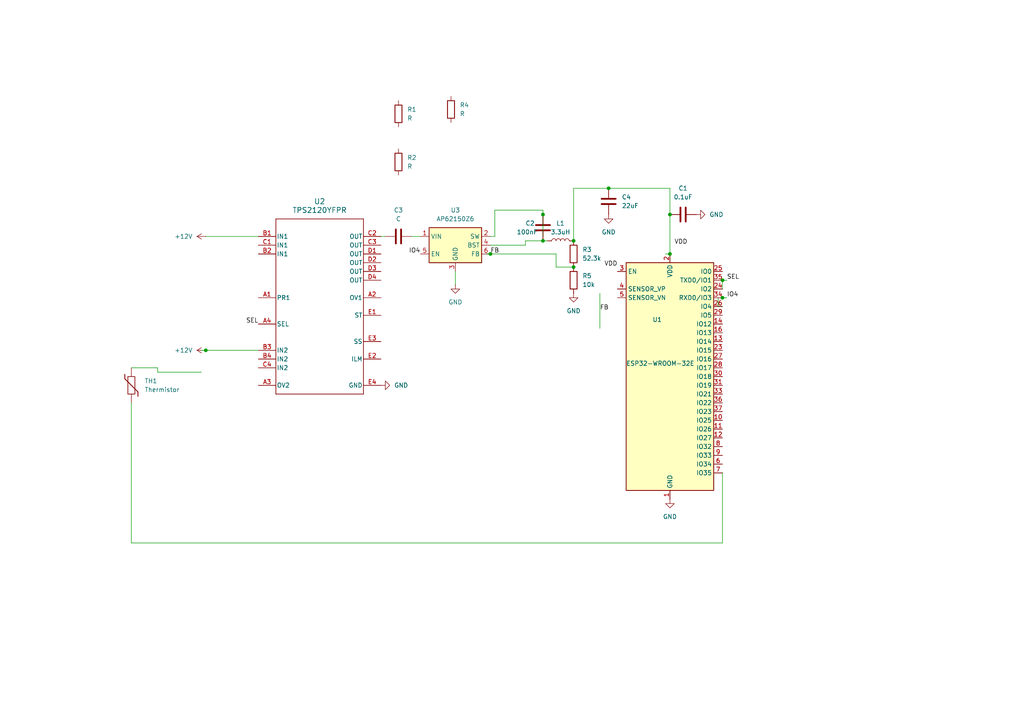
<source format=kicad_sch>
(kicad_sch (version 20250114) (generator "eeschema") (generator_version "9.0")
  (paper "A4")
  (lib_symbols
    (symbol "2025-09-26_00-52-33:TPS2120YFPR" (pin_names (offset 0.254))
      (property "Reference" "U" (at 0 2.54 0))
      (property "Value" "TPS2120YFPR" (at 0 0 0))
      (symbol "TPS2120YFPR_0_1"
        (polyline (pts (xy -12.7 25.4) (xy -12.7 -25.4)) (stroke (width 0.2032)))
        (polyline (pts (xy -12.7 -25.4) (xy 12.7 -25.4)) (stroke (width 0.2032)))
        (polyline (pts (xy 12.7 25.4) (xy -12.7 25.4)) (stroke (width 0.2032)))
        (polyline (pts (xy 12.7 -25.4) (xy 12.7 25.4)) (stroke (width 0.2032)))
        (pin power_in line (at -17.78 20.32 0) (length 5.08) (name "IN1") (number "B1"))
        (pin power_in line (at -17.78 17.78 0) (length 5.08) (name "IN1") (number "C1"))
        (pin power_in line (at -17.78 15.24 0) (length 5.08) (name "IN1") (number "B2"))
        (pin input line (at -17.78 2.54 0) (length 5.08) (name "PR1") (number "A1"))
        (pin input line (at -17.78 -5.08 0) (length 5.08) (name "SEL") (number "A4"))
        (pin power_in line (at -17.78 -12.7 0) (length 5.08) (name "IN2") (number "B3"))
        (pin power_in line (at -17.78 -15.24 0) (length 5.08) (name "IN2") (number "B4"))
        (pin power_in line (at -17.78 -17.78 0) (length 5.08) (name "IN2") (number "C4"))
        (pin input line (at -17.78 -22.86 0) (length 5.08) (name "OV2") (number "A3"))
        (pin power_in line (at 17.78 20.32 180) (length 5.08) (name "OUT") (number "C2"))
        (pin power_in line (at 17.78 17.78 180) (length 5.08) (name "OUT") (number "C3"))
        (pin power_in line (at 17.78 15.24 180) (length 5.08) (name "OUT") (number "D1"))
        (pin power_in line (at 17.78 12.7 180) (length 5.08) (name "OUT") (number "D2"))
        (pin power_in line (at 17.78 10.16 180) (length 5.08) (name "OUT") (number "D3"))
        (pin power_in line (at 17.78 7.62 180) (length 5.08) (name "OUT") (number "D4"))
        (pin input line (at 17.78 2.54 180) (length 5.08) (name "OV1") (number "A2"))
        (pin output line (at 17.78 -2.54 180) (length 5.08) (name "ST") (number "E1"))
        (pin bidirectional line (at 17.78 -10.16 180) (length 5.08) (name "SS") (number "E3"))
        (pin bidirectional line (at 17.78 -15.24 180) (length 5.08) (name "ILM") (number "E2"))
        (pin power_in line (at 17.78 -22.86 180) (length 5.08) (name "GND") (number "E4"))
      )
    )
    (symbol "Device:C" (pin_numbers (hide yes)) (pin_names (offset 0.254))
      (property "Reference" "C" (at 0.635 2.54 0))
      (property "Value" "C" (at 0.635 -2.54 0))
      (symbol "C_0_1"
        (polyline (pts (xy -2.032 0.762) (xy 2.032 0.762)) (stroke (width 0.508)))
        (polyline (pts (xy -2.032 -0.762) (xy 2.032 -0.762)) (stroke (width 0.508)))
      )
      (symbol "C_1_1"
        (pin passive line (at 0 3.81 270) (length 2.794) (name "~") (number "1"))
        (pin passive line (at 0 -3.81 90) (length 2.794) (name "~") (number "2"))
      )
    )
    (symbol "Device:L" (pin_numbers (hide yes)) (pin_names (offset 1.016) (hide yes))
      (property "Reference" "L" (at -1.27 0 90))
      (property "Value" "L" (at 1.905 0 90))
      (symbol "L_0_1"
        (arc (start 0 2.54) (mid 0.6323 1.905) (end 0 1.27))
        (arc (start 0 1.27) (mid 0.6323 0.635) (end 0 0))
        (arc (start 0 0) (mid 0.6323 -0.635) (end 0 -1.27))
        (arc (start 0 -1.27) (mid 0.6323 -1.905) (end 0 -2.54))
      )
      (symbol "L_1_1"
        (pin passive line (at 0 3.81 270) (length 1.27) (name "1") (number "1"))
        (pin passive line (at 0 -3.81 90) (length 1.27) (name "2") (number "2"))
      )
    )
    (symbol "Device:R" (pin_numbers (hide yes)) (pin_names (offset 0))
      (property "Reference" "R" (at 2.032 0 90))
      (property "Value" "R" (at 0 0 90))
      (symbol "R_0_1"
        (rectangle (start -1.016 -2.54) (end 1.016 2.54) (stroke (width 0.254)))
      )
      (symbol "R_1_1"
        (pin passive line (at 0 3.81 270) (length 1.27) (name "~") (number "1"))
        (pin passive line (at 0 -3.81 90) (length 1.27) (name "~") (number "2"))
      )
    )
    (symbol "Device:Thermistor" (pin_numbers (hide yes)) (pin_names (offset 0))
      (property "Reference" "TH" (at 2.54 1.27 90))
      (property "Value" "Thermistor" (at -2.54 0 90))
      (symbol "Thermistor_0_1"
        (polyline (pts (xy -1.905 3.175) (xy -1.905 1.905) (xy 1.905 -1.905) (xy 1.905 -3.175) (xy 1.905 -3.175)) (stroke (width 0.254)))
        (rectangle (start -1.016 2.54) (end 1.016 -2.54) (stroke (width 0.2032)))
      )
      (symbol "Thermistor_1_1"
        (pin passive line (at 0 5.08 270) (length 2.54) (name "~") (number "1"))
        (pin passive line (at 0 -5.08 90) (length 2.54) (name "~") (number "2"))
      )
    )
    (symbol "RF_Module:ESP32-WROOM-32E"
      (property "Reference" "U" (at -12.7 34.29 0))
      (property "Value" "ESP32-WROOM-32E" (at 1.27 34.29 0))
      (symbol "ESP32-WROOM-32E_0_1"
        (rectangle (start -12.7 33.02) (end 12.7 -33.02) (stroke (width 0.254)) (fill (type background)))
      )
      (symbol "ESP32-WROOM-32E_1_1"
        (pin input line (at -15.24 30.48 0) (length 2.54) (name "EN") (number "3"))
        (pin input line (at -15.24 25.4 0) (length 2.54) (name "SENSOR_VP") (number "4"))
        (pin input line (at -15.24 22.86 0) (length 2.54) (name "SENSOR_VN") (number "5"))
        (pin no_connect line (at -12.7 0 0) (length 2.54) (hide yes) (name "NC") (number "21"))
        (pin no_connect line (at -12.7 -2.54 0) (length 2.54) (hide yes) (name "NC") (number "22"))
        (pin no_connect line (at -12.7 -5.08 0) (length 2.54) (hide yes) (name "NC") (number "17"))
        (pin no_connect line (at -12.7 -7.62 0) (length 2.54) (hide yes) (name "NC") (number "18"))
        (pin no_connect line (at -12.7 -10.16 0) (length 2.54) (hide yes) (name "NC") (number "20"))
        (pin no_connect line (at -12.7 -12.7 0) (length 2.54) (hide yes) (name "NC") (number "19"))
        (pin no_connect line (at -12.7 -27.94 0) (length 2.54) (hide yes) (name "NC") (number "32"))
        (pin power_in line (at 0 35.56 270) (length 2.54) (name "VDD") (number "2"))
        (pin power_in line (at 0 -35.56 90) (length 2.54) (name "GND") (number "1"))
        (pin passive line (at 0 -35.56 90) (length 2.54) (hide yes) (name "GND") (number "15"))
        (pin passive line (at 0 -35.56 90) (length 2.54) (hide yes) (name "GND") (number "38"))
        (pin passive line (at 0 -35.56 90) (length 2.54) (hide yes) (name "GND") (number "39"))
        (pin bidirectional line (at 15.24 30.48 180) (length 2.54) (name "IO0") (number "25"))
        (pin bidirectional line (at 15.24 27.94 180) (length 2.54) (name "TXD0/IO1") (number "35"))
        (pin bidirectional line (at 15.24 25.4 180) (length 2.54) (name "IO2") (number "24"))
        (pin bidirectional line (at 15.24 22.86 180) (length 2.54) (name "RXD0/IO3") (number "34"))
        (pin bidirectional line (at 15.24 20.32 180) (length 2.54) (name "IO4") (number "26"))
        (pin bidirectional line (at 15.24 17.78 180) (length 2.54) (name "IO5") (number "29"))
        (pin bidirectional line (at 15.24 15.24 180) (length 2.54) (name "IO12") (number "14"))
        (pin bidirectional line (at 15.24 12.7 180) (length 2.54) (name "IO13") (number "16"))
        (pin bidirectional line (at 15.24 10.16 180) (length 2.54) (name "IO14") (number "13"))
        (pin bidirectional line (at 15.24 7.62 180) (length 2.54) (name "IO15") (number "23"))
        (pin bidirectional line (at 15.24 5.08 180) (length 2.54) (name "IO16") (number "27"))
        (pin bidirectional line (at 15.24 2.54 180) (length 2.54) (name "IO17") (number "28"))
        (pin bidirectional line (at 15.24 0 180) (length 2.54) (name "IO18") (number "30"))
        (pin bidirectional line (at 15.24 -2.54 180) (length 2.54) (name "IO19") (number "31"))
        (pin bidirectional line (at 15.24 -5.08 180) (length 2.54) (name "IO21") (number "33"))
        (pin bidirectional line (at 15.24 -7.62 180) (length 2.54) (name "IO22") (number "36"))
        (pin bidirectional line (at 15.24 -10.16 180) (length 2.54) (name "IO23") (number "37"))
        (pin bidirectional line (at 15.24 -12.7 180) (length 2.54) (name "IO25") (number "10"))
        (pin bidirectional line (at 15.24 -15.24 180) (length 2.54) (name "IO26") (number "11"))
        (pin bidirectional line (at 15.24 -17.78 180) (length 2.54) (name "IO27") (number "12"))
        (pin bidirectional line (at 15.24 -20.32 180) (length 2.54) (name "IO32") (number "8"))
        (pin bidirectional line (at 15.24 -22.86 180) (length 2.54) (name "IO33") (number "9"))
        (pin input line (at 15.24 -25.4 180) (length 2.54) (name "IO34") (number "6"))
        (pin input line (at 15.24 -27.94 180) (length 2.54) (name "IO35") (number "7"))
      )
    )
    (symbol "Regulator_Switching:AP62150Z6"
      (property "Reference" "U" (at -7.62 6.35 0))
      (property "Value" "AP62150Z6" (at 6.35 -6.35 0))
      (symbol "AP62150Z6_0_1"
        (rectangle (start -7.62 5.08) (end 7.62 -5.08) (stroke (width 0.254)) (fill (type background)))
      )
      (symbol "AP62150Z6_1_1"
        (pin power_in line (at -10.16 2.54 0) (length 2.54) (name "VIN") (number "1"))
        (pin input line (at -10.16 -2.54 0) (length 2.54) (name "EN") (number "5"))
        (pin power_in line (at 0 -7.62 90) (length 2.54) (name "GND") (number "3"))
        (pin output line (at 10.16 2.54 180) (length 2.54) (name "SW") (number "2"))
        (pin passive line (at 10.16 0 180) (length 2.54) (name "BST") (number "4"))
        (pin input line (at 10.16 -2.54 180) (length 2.54) (name "FB") (number "6"))
      )
    )
    (symbol "power:+12V" (power) (pin_numbers (hide yes)) (pin_names (offset 0) (hide yes))
      (property "Value" "+12V" (at 0 3.556 0))
      (symbol "+12V_0_1"
        (polyline (pts (xy -0.762 1.27) (xy 0 2.54)))
        (polyline (pts (xy 0 2.54) (xy 0.762 1.27)))
        (polyline (pts (xy 0 0) (xy 0 2.54)))
      )
      (symbol "+12V_1_1"
        (pin power_in line (at 0 0 90) (length 0) (name "~") (number "1"))
      )
    )
    (symbol "power:GND" (power) (pin_numbers (hide yes)) (pin_names (offset 0) (hide yes))
      (property "Value" "GND" (at 0 -3.81 0))
      (symbol "GND_0_1"
        (polyline (pts (xy 0 0) (xy 0 -1.27) (xy 1.27 -1.27) (xy 0 -2.54) (xy -1.27 -1.27) (xy 0 -1.27)))
      )
      (symbol "GND_1_1"
        (pin power_in line (at 0 0 270) (length 0) (name "~") (number "1"))
      )
    )
  )
  (junction (at 209.55 81.28))
  (junction (at 194.31 62.23))
  (junction (at 157.48 62.23))
  (junction (at 176.53 54.61))
  (junction (at 209.55 86.36))
  (junction (at 166.37 69.85))
  (junction (at 166.37 77.47))
  (junction (at 157.48 69.85))
  (junction (at 194.31 73.66))
  (junction (at 142.24 73.66))
  (junction (at 59.69 101.6))
  (wire (pts (xy 58.42 101.6) (xy 59.69 101.6)))
  (wire (pts (xy 157.48 60.96) (xy 157.48 62.23)))
  (wire (pts (xy 74.93 68.58) (xy 59.69 68.58)))
  (wire (pts (xy 209.55 86.36) (xy 210.82 86.36)))
  (wire (pts (xy 38.1 116.84) (xy 38.1 157.48)))
  (wire (pts (xy 157.48 62.23) (xy 157.48 68.58)))
  (wire (pts (xy 176.53 54.61) (xy 194.31 54.61)))
  (wire (pts (xy 166.37 69.85) (xy 166.37 54.61)))
  (wire (pts (xy 45.72 107.95) (xy 58.42 107.95)))
  (wire (pts (xy 194.31 54.61) (xy 194.31 62.23)))
  (wire (pts (xy 193.04 73.66) (xy 194.31 73.66)))
  (wire (pts (xy 59.69 101.6) (xy 74.93 101.6)))
  (wire (pts (xy 152.4 69.85) (xy 157.48 69.85)))
  (wire (pts (xy 208.28 88.9) (xy 208.28 86.36)))
  (wire (pts (xy 142.24 73.66) (xy 161.29 73.66)))
  (wire (pts (xy 45.72 106.68) (xy 45.72 107.95)))
  (wire (pts (xy 142.24 71.12) (xy 152.4 71.12)))
  (wire (pts (xy 38.1 106.68) (xy 45.72 106.68)))
  (wire (pts (xy 209.55 157.48) (xy 209.55 137.16)))
  (wire (pts (xy 166.37 54.61) (xy 176.53 54.61)))
  (wire (pts (xy 152.4 69.85) (xy 152.4 71.12)))
  (wire (pts (xy 132.08 78.74) (xy 132.08 82.55)))
  (wire (pts (xy 161.29 77.47) (xy 166.37 77.47)))
  (wire (pts (xy 110.49 68.58) (xy 111.76 68.58)))
  (wire (pts (xy 157.48 69.85) (xy 158.75 69.85)))
  (wire (pts (xy 209.55 83.82) (xy 209.55 81.28)))
  (wire (pts (xy 209.55 81.28) (xy 210.82 81.28)))
  (wire (pts (xy 209.55 88.9) (xy 208.28 88.9)))
  (wire (pts (xy 173.99 85.09) (xy 173.99 95.25)))
  (wire (pts (xy 140.97 73.66) (xy 142.24 73.66)))
  (wire (pts (xy 143.51 68.58) (xy 143.51 60.96)))
  (wire (pts (xy 119.38 68.58) (xy 121.92 68.58)))
  (wire (pts (xy 208.28 86.36) (xy 209.55 86.36)))
  (wire (pts (xy 143.51 60.96) (xy 157.48 60.96)))
  (wire (pts (xy 194.31 73.66) (xy 194.31 62.23)))
  (wire (pts (xy 161.29 73.66) (xy 161.29 77.47)))
  (wire (pts (xy 38.1 157.48) (xy 209.55 157.48)))
  (wire (pts (xy 142.24 68.58) (xy 143.51 68.58)))
  (label "VDD" (at 195.58 71.12 0))
  (label "IO4" (at 210.82 86.36 0))
  (label "FB" (at 142.24 73.66 0))
  (label "SEL" (at 74.93 93.98 180))
  (label "SEL" (at 210.82 81.28 0))
  (label "VDD" (at 175.26 77.47 0))
  (label "IO4" (at 121.92 73.66 180))
  (label "FB" (at 173.99 90.17 0))
  (symbol (lib_id "Device:R") (at 130.81 31.75 0) (unit 1)
    (property "Reference" "R4" (at 133.35 30.4799 0) (effects (justify left)))
    (property "Value" "R" (at 133.35 33.0199 0) (effects (justify left)))
    (property "Description" "Resistor" (effects (hide yes)))
  )
  (symbol (lib_id "power:GND") (at 110.49 111.76 90) (unit 1)
    (property "Reference" "#PWR07" (effects (hide yes)))
    (property "Value" "GND" (at 114.3 111.7599 90) (effects (justify right)))
    (property "Description" "Power symbol creates a global label with name \"GND\" , ground" (effects (hide yes)))
  )
  (symbol (lib_id "power:GND") (at 194.31 144.78 0) (unit 1)
    (property "Reference" "#PWR06" (effects (hide yes)))
    (property "Value" "GND" (at 194.31 149.86 0))
    (property "Description" "Power symbol creates a global label with name \"GND\" , ground" (effects (hide yes)))
  )
  (symbol (lib_id "Device:L") (at 162.56 69.85 90) (unit 1)
    (property "Reference" "L1" (at 162.56 64.77 90))
    (property "Value" "3.3uH" (at 162.56 67.31 90))
    (property "Description" "Inductor" (effects (hide yes)))
  )
  (symbol (lib_id "Regulator_Switching:AP62150Z6") (at 132.08 71.12 0) (unit 1)
    (property "Reference" "U3" (at 132.08 60.96 0))
    (property "Value" "AP62150Z6" (at 132.08 63.5 0))
    (property "Footprint" "Package_TO_SOT_SMD:SOT-563" (effects (hide yes)))
    (property "Datasheet" "https://www.diodes.com/assets/Datasheets/AP62150.pdf" (effects (hide yes)))
    (property "Description" "1.5A, 1.3MHz Buck DC/DC Converter, adjustable output voltage, SOT-563" (effects (hide yes)))
  )
  (symbol (lib_id "Device:C") (at 157.48 66.04 0) (unit 1)
    (property "Reference" "C2" (at 152.4 64.77 0) (effects (justify left)))
    (property "Value" "100nF" (at 149.86 67.31 0) (effects (justify left)))
    (property "Description" "Unpolarized capacitor" (effects (hide yes)))
  )
  (symbol (lib_id "Device:C") (at 176.53 58.42 0) (unit 1)
    (property "Reference" "C4" (at 180.34 57.1499 0) (effects (justify left)))
    (property "Value" "22uF" (at 180.34 59.6899 0) (effects (justify left)))
    (property "Description" "Unpolarized capacitor" (effects (hide yes)))
  )
  (symbol (lib_id "Device:R") (at 115.57 33.02 0) (unit 1)
    (property "Reference" "R1" (at 118.11 31.7499 0) (effects (justify left)))
    (property "Value" "R" (at 118.11 34.2899 0) (effects (justify left)))
    (property "Description" "Resistor" (effects (hide yes)))
  )
  (symbol (lib_id "Device:R") (at 166.37 81.28 0) (unit 1)
    (property "Reference" "R5" (at 168.91 80.0099 0) (effects (justify left)))
    (property "Value" "10k" (at 168.91 82.5499 0) (effects (justify left)))
    (property "Description" "Resistor" (effects (hide yes)))
  )
  (symbol (lib_id "power:GND") (at 166.37 85.09 0) (unit 1)
    (property "Reference" "#PWR04" (effects (hide yes)))
    (property "Value" "GND" (at 166.37 90.17 0))
    (property "Description" "Power symbol creates a global label with name \"GND\" , ground" (effects (hide yes)))
  )
  (symbol (lib_id "power:+12V") (at 59.69 68.58 90) (unit 1)
    (property "Reference" "#PWR01" (effects (hide yes)))
    (property "Value" "+12V" (at 55.88 68.5799 90) (effects (justify left)))
    (property "Description" "Power symbol creates a global label with name \"+12V\"" (effects (hide yes)))
  )
  (symbol (lib_id "Device:Thermistor") (at 38.1 111.76 0) (unit 1)
    (property "Reference" "TH1" (at 41.91 110.4899 0) (effects (justify left)))
    (property "Value" "Thermistor" (at 41.91 113.0299 0) (effects (justify left)))
    (property "Description" "Temperature dependent resistor" (effects (hide yes)))
  )
  (symbol (lib_id "power:+12V") (at 59.69 101.6 90) (unit 1)
    (property "Reference" "#PWR03" (effects (hide yes)))
    (property "Value" "+12V" (at 55.88 101.5999 90) (effects (justify left)))
    (property "Description" "Power symbol creates a global label with name \"+12V\"" (effects (hide yes)))
  )
  (symbol (lib_id "Device:C") (at 198.12 62.23 90) (unit 1)
    (property "Reference" "C1" (at 198.12 54.61 90))
    (property "Value" "0.1uF" (at 198.12 57.15 90))
    (property "Description" "Unpolarized capacitor" (effects (hide yes)))
  )
  (symbol (lib_id "Device:R") (at 166.37 73.66 0) (unit 1)
    (property "Reference" "R3" (at 168.91 72.3899 0) (effects (justify left)))
    (property "Value" "52.3k" (at 168.91 74.9299 0) (effects (justify left)))
    (property "Description" "Resistor" (effects (hide yes)))
  )
  (symbol (lib_id "RF_Module:ESP32-WROOM-32E") (at 194.31 109.22 0) (unit 1)
    (property "Reference" "U1" (at 189.23 92.71 0) (effects (justify left)))
    (property "Value" "ESP32-WROOM-32E" (at 181.61 105.41 0) (effects (justify left)))
    (property "Footprint" "RF_Module:ESP32-WROOM-32D" (effects (hide yes)))
    (property "Datasheet" "https://www.espressif.com/sites/default/files/documentation/esp32-wroom-32e_esp32-wroom-32ue_datasheet_en.pdf" (effects (hide yes)))
    (property "Description" "RF Module, ESP32-D0WD-V3 SoC, without PSRAM, Wi-Fi 802.11b/g/n, Bluetooth, BLE, 32-bit, 2.7-3.6V, onboard antenna, SMD" (effects (hide yes)))
  )
  (symbol (lib_id "power:GND") (at 132.08 82.55 0) (unit 1)
    (property "Reference" "#PWR02" (effects (hide yes)))
    (property "Value" "GND" (at 132.08 87.63 0))
    (property "Description" "Power symbol creates a global label with name \"GND\" , ground" (effects (hide yes)))
  )
  (symbol (lib_id "power:GND") (at 201.93 62.23 90) (unit 1)
    (property "Reference" "#PWR08" (effects (hide yes)))
    (property "Value" "GND" (at 205.74 62.2299 90) (effects (justify right)))
    (property "Description" "Power symbol creates a global label with name \"GND\" , ground" (effects (hide yes)))
  )
  (symbol (lib_id "Device:C") (at 115.57 68.58 90) (unit 1)
    (property "Reference" "C3" (at 115.57 60.96 90))
    (property "Value" "C" (at 115.57 63.5 90))
    (property "Description" "Unpolarized capacitor" (effects (hide yes)))
  )
  (symbol (lib_id "Device:R") (at 115.57 46.99 0) (unit 1)
    (property "Reference" "R2" (at 118.11 45.7199 0) (effects (justify left)))
    (property "Value" "R" (at 118.11 48.2599 0) (effects (justify left)))
    (property "Description" "Resistor" (effects (hide yes)))
  )
  (symbol (lib_id "2025-09-26_00-52-33:TPS2120YFPR") (at 92.71 88.9 0) (unit 1)
    (property "Reference" "U2" (at 92.71 58.42 0) (effects (font (size 1.524 1.524))))
    (property "Value" "TPS2120YFPR" (at 92.71 60.96 0) (effects (font (size 1.524 1.524))))
    (property "Footprint" "YFP0020AAAA" (effects (hide yes)))
    (property "Datasheet" "https://www.ti.com/lit/gpn/tps2120" (effects (hide yes)))
  )
  (symbol (lib_id "power:GND") (at 176.53 62.23 0) (unit 1)
    (property "Reference" "#PWR05" (effects (hide yes)))
    (property "Value" "GND" (at 176.53 67.31 0))
    (property "Description" "Power symbol creates a global label with name \"GND\" , ground" (effects (hide yes)))
  )
)
</source>
